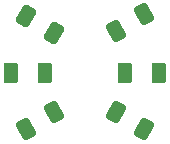
<source format=gbr>
%TF.GenerationSoftware,KiCad,Pcbnew,(7.0.0)*%
%TF.CreationDate,2023-09-10T21:06:30+09:30*%
%TF.ProjectId,ring_mono,72696e67-5f6d-46f6-9e6f-2e6b69636164,rev?*%
%TF.SameCoordinates,Original*%
%TF.FileFunction,Paste,Top*%
%TF.FilePolarity,Positive*%
%FSLAX46Y46*%
G04 Gerber Fmt 4.6, Leading zero omitted, Abs format (unit mm)*
G04 Created by KiCad (PCBNEW (7.0.0)) date 2023-09-10 21:06:30*
%MOMM*%
%LPD*%
G01*
G04 APERTURE LIST*
G04 Aperture macros list*
%AMRoundRect*
0 Rectangle with rounded corners*
0 $1 Rounding radius*
0 $2 $3 $4 $5 $6 $7 $8 $9 X,Y pos of 4 corners*
0 Add a 4 corners polygon primitive as box body*
4,1,4,$2,$3,$4,$5,$6,$7,$8,$9,$2,$3,0*
0 Add four circle primitives for the rounded corners*
1,1,$1+$1,$2,$3*
1,1,$1+$1,$4,$5*
1,1,$1+$1,$6,$7*
1,1,$1+$1,$8,$9*
0 Add four rect primitives between the rounded corners*
20,1,$1+$1,$2,$3,$4,$5,0*
20,1,$1+$1,$4,$5,$6,$7,0*
20,1,$1+$1,$6,$7,$8,$9,0*
20,1,$1+$1,$8,$9,$2,$3,0*%
G04 Aperture macros list end*
%ADD10RoundRect,0.250000X0.637260X0.353766X-0.012260X0.728766X-0.637260X-0.353766X0.012260X-0.728766X0*%
%ADD11RoundRect,0.250000X0.375000X0.625000X-0.375000X0.625000X-0.375000X-0.625000X0.375000X-0.625000X0*%
%ADD12RoundRect,0.250000X0.012260X0.728766X-0.637260X0.353766X-0.012260X-0.728766X0.637260X-0.353766X0*%
%ADD13RoundRect,0.250000X-0.012260X-0.728766X0.637260X-0.353766X0.012260X0.728766X-0.637260X0.353766X0*%
%ADD14RoundRect,0.250000X-0.643337X-0.342590X-0.000461X-0.728869X0.643337X0.342590X0.000461X0.728869X0*%
%ADD15RoundRect,0.250000X-0.375000X-0.625000X0.375000X-0.625000X0.375000X0.625000X-0.375000X0.625000X0*%
G04 APERTURE END LIST*
D10*
%TO.C,D5*%
X141928436Y-87568000D03*
X139503564Y-86168000D03*
%TD*%
D11*
%TO.C,D4*%
X143132000Y-82804000D03*
X140332000Y-82804000D03*
%TD*%
D12*
%TO.C,D1*%
X141928436Y-77862200D03*
X139503564Y-79262200D03*
%TD*%
D13*
%TO.C,D6*%
X131883564Y-87568000D03*
X134308436Y-86168000D03*
%TD*%
D14*
%TO.C,D2*%
X131895966Y-78018947D03*
X134296034Y-79461053D03*
%TD*%
D15*
%TO.C,D3*%
X130680000Y-82804000D03*
X133480000Y-82804000D03*
%TD*%
M02*

</source>
